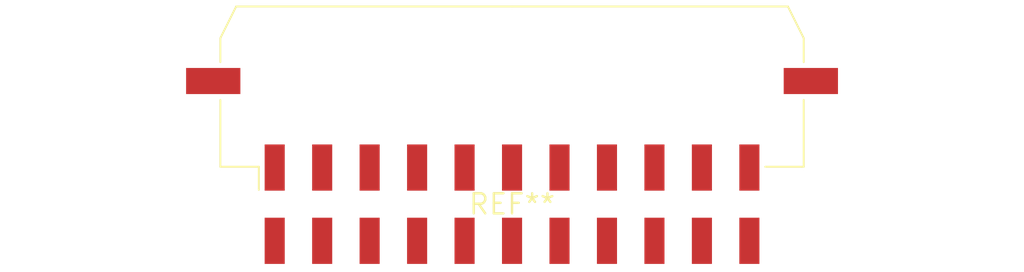
<source format=kicad_pcb>
(kicad_pcb (version 20240108) (generator pcbnew)
  (layers (0 "F.Cu" signal) (31 "B.Cu" signal) (34 "B.Paste" user) (35 "F.Paste" user) (36 "B.SilkS" user "B.Silkscreen") (37 "F.SilkS" user "F.Silkscreen") (38 "B.Mask" user) (39 "F.Mask" user) (44 "Edge.Cuts" user))
  (net 0 "")
  (footprint "Molex_Micro-Fit_3.0_43045-2210_2x11-1MP_P3.00mm_Horizontal" (layer "F.Cu") (at 0 0)
    (property "Reference" "REF**")
    (property "Value" "Molex_Micro-Fit_3.0_43045-2210_2x11-1MP_P3.00mm_Horizontal")
    (fp_line (start -18.435 -10.495) (end -18.435 -8.98) (layer "F.SilkS") (stroke (width 0.12)))
    (fp_line (start -18.435 -6.59) (end -18.435 -2.365) (layer "F.SilkS") (stroke (width 0.12)))
    (fp_line (start -18.435 -2.365) (end -16.005 -2.365) (layer "F.SilkS") (stroke (width 0.12)))
    (fp_line (start -17.435 -12.495) (end -18.435 -10.495) (layer "F.SilkS") (stroke (width 0.12)))
    (fp_line (start -16.005 -2.365) (end -16.005 -0.905) (layer "F.SilkS") (stroke (width 0.12)))
    (fp_line (start 0 -12.495) (end -17.435 -12.495) (layer "F.SilkS") (stroke (width 0.12)))
    (fp_line (start 0 -12.495) (end 17.435 -12.495) (layer "F.SilkS") (stroke (width 0.12)))
    (fp_line (start 17.435 -12.495) (end 18.435 -10.495) (layer "F.SilkS") (stroke (width 0.12)))
    (fp_line (start 18.435 -10.495) (end 18.435 -8.98) (layer "F.SilkS") (stroke (width 0.12)))
    (fp_line (start 18.435 -6.59) (end 18.435 -2.365) (layer "F.SilkS") (stroke (width 0.12)))
    (fp_line (start 18.435 -2.365) (end 16.005 -2.365) (layer "F.SilkS") (stroke (width 0.12)))
    (pad "1" smd rect (at -15 -2.315) (size 1.27 2.92) (layers "F.Cu" "F.Paste" "F.Mask"))
    (pad "2" smd rect (at -12 -2.315) (size 1.27 2.92) (layers "F.Cu" "F.Paste" "F.Mask"))
    (pad "3" smd rect (at -9 -2.315) (size 1.27 2.92) (layers "F.Cu" "F.Paste" "F.Mask"))
    (pad "4" smd rect (at -6 -2.315) (size 1.27 2.92) (layers "F.Cu" "F.Paste" "F.Mask"))
    (pad "5" smd rect (at -3 -2.315) (size 1.27 2.92) (layers "F.Cu" "F.Paste" "F.Mask"))
    (pad "6" smd rect (at 0 -2.315) (size 1.27 2.92) (layers "F.Cu" "F.Paste" "F.Mask"))
    (pad "7" smd rect (at 3 -2.315) (size 1.27 2.92) (layers "F.Cu" "F.Paste" "F.Mask"))
    (pad "8" smd rect (at 6 -2.315) (size 1.27 2.92) (layers "F.Cu" "F.Paste" "F.Mask"))
    (pad "9" smd rect (at 9 -2.315) (size 1.27 2.92) (layers "F.Cu" "F.Paste" "F.Mask"))
    (pad "10" smd rect (at 12 -2.315) (size 1.27 2.92) (layers "F.Cu" "F.Paste" "F.Mask"))
    (pad "11" smd rect (at 15 -2.315) (size 1.27 2.92) (layers "F.Cu" "F.Paste" "F.Mask"))
    (pad "12" smd rect (at -15 2.315) (size 1.27 2.92) (layers "F.Cu" "F.Paste" "F.Mask"))
    (pad "13" smd rect (at -12 2.315) (size 1.27 2.92) (layers "F.Cu" "F.Paste" "F.Mask"))
    (pad "14" smd rect (at -9 2.315) (size 1.27 2.92) (layers "F.Cu" "F.Paste" "F.Mask"))
    (pad "15" smd rect (at -6 2.315) (size 1.27 2.92) (layers "F.Cu" "F.Paste" "F.Mask"))
    (pad "16" smd rect (at -3 2.315) (size 1.27 2.92) (layers "F.Cu" "F.Paste" "F.Mask"))
    (pad "17" smd rect (at 0 2.315) (size 1.27 2.92) (layers "F.Cu" "F.Paste" "F.Mask"))
    (pad "18" smd rect (at 3 2.315) (size 1.27 2.92) (layers "F.Cu" "F.Paste" "F.Mask"))
    (pad "19" smd rect (at 6 2.315) (size 1.27 2.92) (layers "F.Cu" "F.Paste" "F.Mask"))
    (pad "20" smd rect (at 9 2.315) (size 1.27 2.92) (layers "F.Cu" "F.Paste" "F.Mask"))
    (pad "21" smd rect (at 12 2.315) (size 1.27 2.92) (layers "F.Cu" "F.Paste" "F.Mask"))
    (pad "22" smd rect (at 15 2.315) (size 1.27 2.92) (layers "F.Cu" "F.Paste" "F.Mask"))
    (pad "MP" smd rect (at -18.885 -7.785) (size 3.43 1.65) (layers "F.Cu" "F.Paste" "F.Mask"))
    (pad "MP" smd rect (at 18.885 -7.785) (size 3.43 1.65) (layers "F.Cu" "F.Paste" "F.Mask"))
  )
)
</source>
